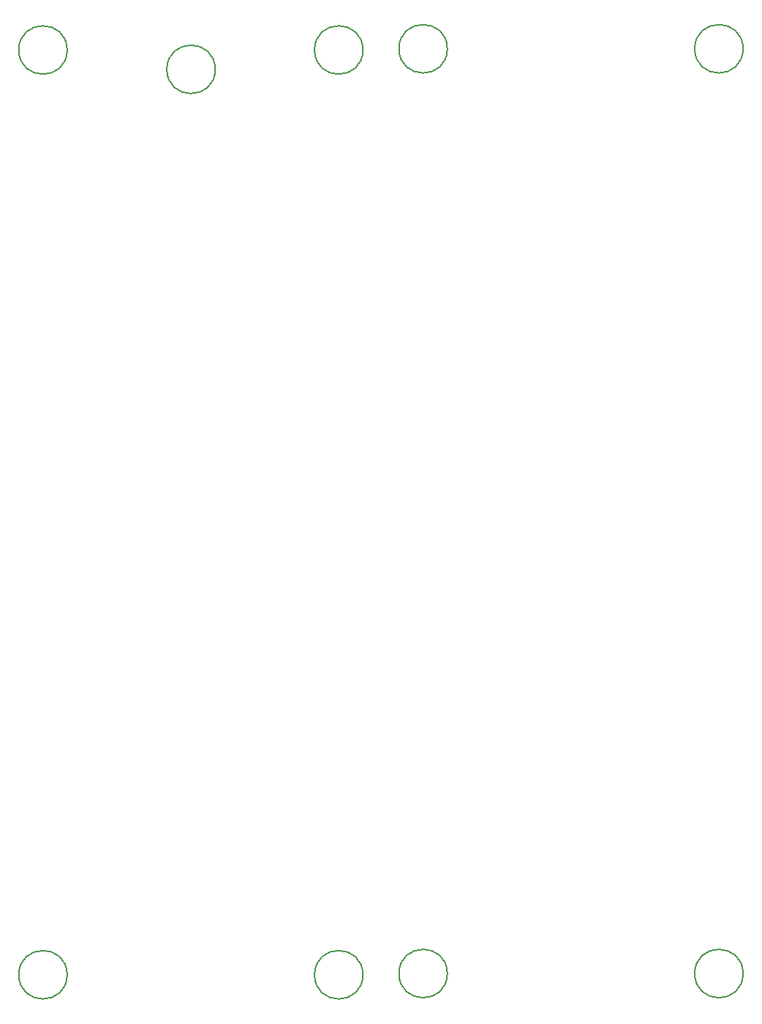
<source format=gbr>
%TF.GenerationSoftware,KiCad,Pcbnew,(7.0.0-0)*%
%TF.CreationDate,2023-02-25T11:18:22+01:00*%
%TF.ProjectId,208_Timbre_Workshop,3230385f-5469-46d6-9272-655f576f726b,1*%
%TF.SameCoordinates,Original*%
%TF.FileFunction,Other,Comment*%
%FSLAX46Y46*%
G04 Gerber Fmt 4.6, Leading zero omitted, Abs format (unit mm)*
G04 Created by KiCad (PCBNEW (7.0.0-0)) date 2023-02-25 11:18:22*
%MOMM*%
%LPD*%
G01*
G04 APERTURE LIST*
%ADD10C,0.150000*%
G04 APERTURE END LIST*
D10*
%TO.C,REF\u002A\u002A*%
X194515000Y-45965000D02*
G75*
G03*
X194515000Y-45965000I-2800000J0D01*
G01*
X116260000Y-46105000D02*
G75*
G03*
X116260000Y-46105000I-2800000J0D01*
G01*
X160275000Y-45965000D02*
G75*
G03*
X160275000Y-45965000I-2800000J0D01*
G01*
X160275000Y-152935000D02*
G75*
G03*
X160275000Y-152935000I-2800000J0D01*
G01*
X150500000Y-153075000D02*
G75*
G03*
X150500000Y-153075000I-2800000J0D01*
G01*
X116260000Y-153075000D02*
G75*
G03*
X116260000Y-153075000I-2800000J0D01*
G01*
X194515000Y-152935000D02*
G75*
G03*
X194515000Y-152935000I-2800000J0D01*
G01*
X150500000Y-46105000D02*
G75*
G03*
X150500000Y-46105000I-2800000J0D01*
G01*
X133400000Y-48346077D02*
G75*
G03*
X133400000Y-48346077I-2800000J0D01*
G01*
%TD*%
M02*

</source>
